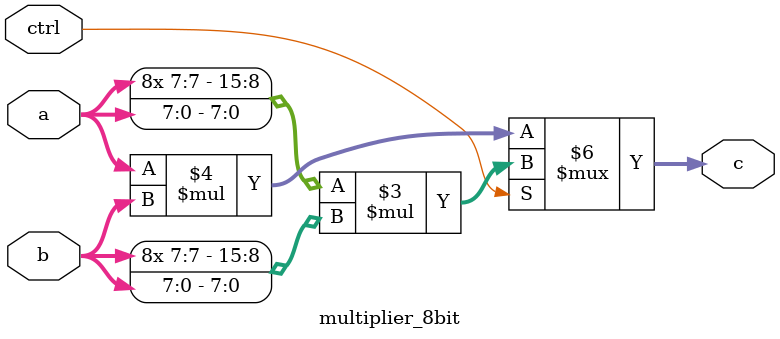
<source format=v>
module multiplier_8bit (
    input [7:0] a,
    input [7:0] b,
    input ctrl,
    output reg [15:0] c
);

    always @(*) begin
        if (ctrl == 1) begin // signed multiplication
            c = $signed(a) * $signed(b);
        end else begin // unsigned multiplication
            c = a * b;
        end
    end

endmodule
</source>
